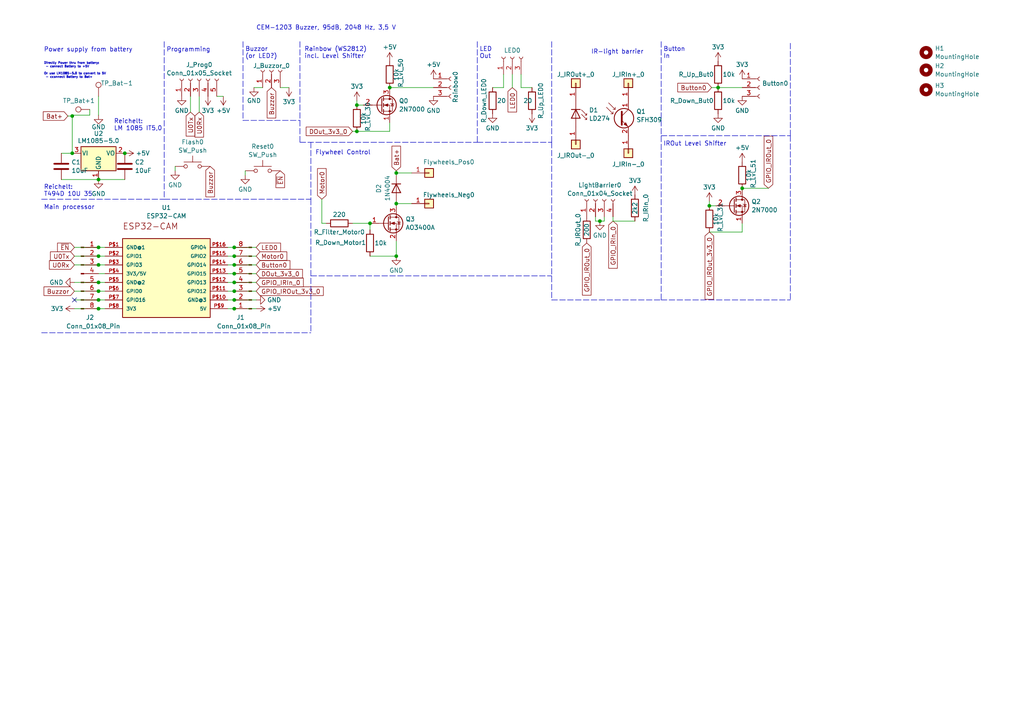
<source format=kicad_sch>
(kicad_sch (version 20230121) (generator eeschema)
  (paper "A4")
  (lib_symbols
    (symbol "Connector:Conn_01x03_Socket" (pin_names (offset 1.016) hide)
      (property "Reference" "J" (at 0 5.08 0))
      (property "Value" "Conn_01x03_Socket" (at 0 -5.08 0))
      (symbol "Conn_01x03_Socket_1_1"
        (arc (start 0 -2.032) (mid -0.5058 -2.54) (end 0 -3.048) (stroke (width 0.1524)))
        (polyline (pts (xy -1.27 -2.54) (xy -0.508 -2.54)) (stroke (width 0.1524)))
        (polyline (pts (xy -1.27 0) (xy -0.508 0)) (stroke (width 0.1524)))
        (polyline (pts (xy -1.27 2.54) (xy -0.508 2.54)) (stroke (width 0.1524)))
        (arc (start 0 0.508) (mid -0.5058 0) (end 0 -0.508) (stroke (width 0.1524)))
        (arc (start 0 3.048) (mid -0.5058 2.54) (end 0 2.032) (stroke (width 0.1524)))
        (pin passive line (at -5.08 2.54 0) (length 3.81) (name "Pin_1") (number "1"))
        (pin passive line (at -5.08 0 0) (length 3.81) (name "Pin_2") (number "2"))
        (pin passive line (at -5.08 -2.54 0) (length 3.81) (name "Pin_3") (number "3"))
      )
    )
    (symbol "Connector:Conn_01x04_Socket" (pin_names (offset 1.016) hide)
      (property "Reference" "J" (at 0 5.08 0))
      (property "Value" "Conn_01x04_Socket" (at 0 -7.62 0))
      (symbol "Conn_01x04_Socket_1_1"
        (arc (start 0 -4.572) (mid -0.5058 -5.08) (end 0 -5.588) (stroke (width 0.1524)))
        (arc (start 0 -2.032) (mid -0.5058 -2.54) (end 0 -3.048) (stroke (width 0.1524)))
        (polyline (pts (xy -1.27 -5.08) (xy -0.508 -5.08)) (stroke (width 0.1524)))
        (polyline (pts (xy -1.27 -2.54) (xy -0.508 -2.54)) (stroke (width 0.1524)))
        (polyline (pts (xy -1.27 0) (xy -0.508 0)) (stroke (width 0.1524)))
        (polyline (pts (xy -1.27 2.54) (xy -0.508 2.54)) (stroke (width 0.1524)))
        (arc (start 0 0.508) (mid -0.5058 0) (end 0 -0.508) (stroke (width 0.1524)))
        (arc (start 0 3.048) (mid -0.5058 2.54) (end 0 2.032) (stroke (width 0.1524)))
        (pin passive line (at -5.08 2.54 0) (length 3.81) (name "Pin_1") (number "1"))
        (pin passive line (at -5.08 0 0) (length 3.81) (name "Pin_2") (number "2"))
        (pin passive line (at -5.08 -2.54 0) (length 3.81) (name "Pin_3") (number "3"))
        (pin passive line (at -5.08 -5.08 0) (length 3.81) (name "Pin_4") (number "4"))
      )
    )
    (symbol "Connector:Conn_01x05_Socket" (pin_names (offset 1.016) hide)
      (property "Reference" "J" (at 0 7.62 0))
      (property "Value" "Conn_01x05_Socket" (at 0 -7.62 0))
      (symbol "Conn_01x05_Socket_1_1"
        (arc (start 0 -4.572) (mid -0.5058 -5.08) (end 0 -5.588) (stroke (width 0.1524)))
        (arc (start 0 -2.032) (mid -0.5058 -2.54) (end 0 -3.048) (stroke (width 0.1524)))
        (polyline (pts (xy -1.27 -5.08) (xy -0.508 -5.08)) (stroke (width 0.1524)))
        (polyline (pts (xy -1.27 -2.54) (xy -0.508 -2.54)) (stroke (width 0.1524)))
        (polyline (pts (xy -1.27 0) (xy -0.508 0)) (stroke (width 0.1524)))
        (polyline (pts (xy -1.27 2.54) (xy -0.508 2.54)) (stroke (width 0.1524)))
        (polyline (pts (xy -1.27 5.08) (xy -0.508 5.08)) (stroke (width 0.1524)))
        (arc (start 0 0.508) (mid -0.5058 0) (end 0 -0.508) (stroke (width 0.1524)))
        (arc (start 0 3.048) (mid -0.5058 2.54) (end 0 2.032) (stroke (width 0.1524)))
        (arc (start 0 5.588) (mid -0.5058 5.08) (end 0 4.572) (stroke (width 0.1524)))
        (pin passive line (at -5.08 5.08 0) (length 3.81) (name "Pin_1") (number "1"))
        (pin passive line (at -5.08 2.54 0) (length 3.81) (name "Pin_2") (number "2"))
        (pin passive line (at -5.08 0 0) (length 3.81) (name "Pin_3") (number "3"))
        (pin passive line (at -5.08 -2.54 0) (length 3.81) (name "Pin_4") (number "4"))
        (pin passive line (at -5.08 -5.08 0) (length 3.81) (name "Pin_5") (number "5"))
      )
    )
    (symbol "Connector:Conn_01x08_Pin" (pin_names (offset 1.016) hide)
      (property "Reference" "J" (at 0 10.16 0))
      (property "Value" "Conn_01x08_Pin" (at 0 -12.7 0))
      (symbol "Conn_01x08_Pin_1_1"
        (polyline (pts (xy 1.27 -10.16) (xy 0.8636 -10.16)) (stroke (width 0.1524)))
        (polyline (pts (xy 1.27 -7.62) (xy 0.8636 -7.62)) (stroke (width 0.1524)))
        (polyline (pts (xy 1.27 -5.08) (xy 0.8636 -5.08)) (stroke (width 0.1524)))
        (polyline (pts (xy 1.27 -2.54) (xy 0.8636 -2.54)) (stroke (width 0.1524)))
        (polyline (pts (xy 1.27 0) (xy 0.8636 0)) (stroke (width 0.1524)))
        (polyline (pts (xy 1.27 2.54) (xy 0.8636 2.54)) (stroke (width 0.1524)))
        (polyline (pts (xy 1.27 5.08) (xy 0.8636 5.08)) (stroke (width 0.1524)))
        (polyline (pts (xy 1.27 7.62) (xy 0.8636 7.62)) (stroke (width 0.1524)))
        (rectangle (start 0.8636 -10.033) (end 0 -10.287) (stroke (width 0.1524)) (fill (type outline)))
        (rectangle (start 0.8636 -7.493) (end 0 -7.747) (stroke (width 0.1524)) (fill (type outline)))
        (rectangle (start 0.8636 -4.953) (end 0 -5.207) (stroke (width 0.1524)) (fill (type outline)))
        (rectangle (start 0.8636 -2.413) (end 0 -2.667) (stroke (width 0.1524)) (fill (type outline)))
        (rectangle (start 0.8636 0.127) (end 0 -0.127) (stroke (width 0.1524)) (fill (type outline)))
        (rectangle (start 0.8636 2.667) (end 0 2.413) (stroke (width 0.1524)) (fill (type outline)))
        (rectangle (start 0.8636 5.207) (end 0 4.953) (stroke (width 0.1524)) (fill (type outline)))
        (rectangle (start 0.8636 7.747) (end 0 7.493) (stroke (width 0.1524)) (fill (type outline)))
        (pin passive line (at 5.08 7.62 180) (length 3.81) (name "Pin_1") (number "1"))
        (pin passive line (at 5.08 5.08 180) (length 3.81) (name "Pin_2") (number "2"))
        (pin passive line (at 5.08 2.54 180) (length 3.81) (name "Pin_3") (number "3"))
        (pin passive line (at 5.08 0 180) (length 3.81) (name "Pin_4") (number "4"))
        (pin passive line (at 5.08 -2.54 180) (length 3.81) (name "Pin_5") (number "5"))
        (pin passive line (at 5.08 -5.08 180) (length 3.81) (name "Pin_6") (number "6"))
        (pin passive line (at 5.08 -7.62 180) (length 3.81) (name "Pin_7") (number "7"))
        (pin passive line (at 5.08 -10.16 180) (length 3.81) (name "Pin_8") (number "8"))
      )
    )
    (symbol "Connector:TestPoint" (pin_numbers hide) (pin_names (offset 0.762) hide)
      (property "Reference" "TP" (at 0 6.858 0))
      (property "Value" "TestPoint" (at 0 5.08 0))
      (symbol "TestPoint_0_1"
        (circle (center 0 3.302) (radius 0.762))
      )
      (symbol "TestPoint_1_1"
        (pin passive line (at 0 0 90) (length 2.54) (name "1") (number "1"))
      )
    )
    (symbol "Connector_Generic:Conn_01x01" (pin_names (offset 1.016) hide)
      (property "Reference" "J" (at 0 2.54 0))
      (property "Value" "Conn_01x01" (at 0 -2.54 0))
      (symbol "Conn_01x01_1_1"
        (rectangle (start -1.27 0.127) (end 0 -0.127) (stroke (width 0.1524)))
        (rectangle (start -1.27 1.27) (end 1.27 -1.27) (stroke (width 0.254)) (fill (type background)))
        (pin passive line (at -5.08 0 0) (length 3.81) (name "Pin_1") (number "1"))
      )
    )
    (symbol "Device:C" (pin_numbers hide) (pin_names (offset 0.254))
      (property "Reference" "C" (at 0.635 2.54 0))
      (property "Value" "C" (at 0.635 -2.54 0))
      (symbol "C_0_1"
        (polyline (pts (xy -2.032 -0.762) (xy 2.032 -0.762)) (stroke (width 0.508)))
        (polyline (pts (xy -2.032 0.762) (xy 2.032 0.762)) (stroke (width 0.508)))
      )
      (symbol "C_1_1"
        (pin passive line (at 0 3.81 270) (length 2.794) (name "~") (number "1"))
        (pin passive line (at 0 -3.81 90) (length 2.794) (name "~") (number "2"))
      )
    )
    (symbol "Device:R" (pin_numbers hide) (pin_names (offset 0))
      (property "Reference" "R" (at 2.032 0 90))
      (property "Value" "R" (at 0 0 90))
      (symbol "R_0_1"
        (rectangle (start -1.016 -2.54) (end 1.016 2.54) (stroke (width 0.254)))
      )
      (symbol "R_1_1"
        (pin passive line (at 0 3.81 270) (length 1.27) (name "~") (number "1"))
        (pin passive line (at 0 -3.81 90) (length 1.27) (name "~") (number "2"))
      )
    )
    (symbol "Diode:1N4004" (pin_numbers hide) (pin_names hide)
      (property "Reference" "D" (at 0 2.54 0))
      (property "Value" "1N4004" (at 0 -2.54 0))
      (symbol "1N4004_0_1"
        (polyline (pts (xy -1.27 1.27) (xy -1.27 -1.27)) (stroke (width 0.254)))
        (polyline (pts (xy 1.27 0) (xy -1.27 0)))
        (polyline (pts (xy 1.27 1.27) (xy 1.27 -1.27) (xy -1.27 0) (xy 1.27 1.27)) (stroke (width 0.254)))
      )
      (symbol "1N4004_1_1"
        (pin passive line (at -3.81 0 0) (length 2.54) (name "K") (number "1"))
        (pin passive line (at 3.81 0 180) (length 2.54) (name "A") (number "2"))
      )
    )
    (symbol "LED:LD274" (pin_numbers hide) (pin_names (offset 1.016) hide)
      (property "Reference" "D" (at 0.508 1.778 0))
      (property "Value" "LD274" (at -1.016 -2.794 0))
      (symbol "LD274_0_1"
        (polyline (pts (xy -2.54 1.27) (xy -2.54 -1.27)) (stroke (width 0.254)))
        (polyline (pts (xy 0 0) (xy -2.54 0)))
        (polyline (pts (xy 0.381 3.175) (xy -0.127 3.175)))
        (polyline (pts (xy -1.143 1.651) (xy 0.381 3.175) (xy 0.381 2.667)))
        (polyline (pts (xy 0 -1.27) (xy -2.54 0) (xy 0 1.27) (xy 0 -1.27)) (stroke (width 0.254)))
        (polyline (pts (xy -2.413 1.651) (xy -0.889 3.175) (xy -0.889 2.667) (xy -0.889 3.175) (xy -1.397 3.175)))
      )
      (symbol "LD274_1_1"
        (pin passive line (at -5.08 0 0) (length 2.54) (name "K") (number "1"))
        (pin passive line (at 2.54 0 180) (length 2.54) (name "A") (number "2"))
      )
    )
    (symbol "Mechanical:MountingHole" (pin_names (offset 1.016))
      (property "Reference" "H" (at 0 5.08 0))
      (property "Value" "MountingHole" (at 0 3.175 0))
      (symbol "MountingHole_0_1"
        (circle (center 0 0) (radius 1.27) (stroke (width 1.27)))
      )
    )
    (symbol "PhilsLibs:ESP32-CAM" (pin_names (offset 1.016))
      (property "Reference" "U" (at 0 0 0))
      (property "Value" "ESP32-CAM" (at 0 0 0))
      (symbol "ESP32-CAM_0_0"
        (rectangle (start -12.7 -10.16) (end 12.7 12.7) (stroke (width 0.254)) (fill (type background)))
        (text "ESP32-CAM" (at -12.7 15.24 0) (effects (font (size 1.778 1.778)) (justify left bottom)))
        (pin bidirectional line (at -17.78 10.16 0) (length 5.08) (name "GND@1") (number "P$1"))
        (pin bidirectional line (at 17.78 -5.08 180) (length 5.08) (name "GND@3") (number "P$10"))
        (pin bidirectional line (at 17.78 -2.54 180) (length 5.08) (name "GPIO12") (number "P$11"))
        (pin bidirectional line (at 17.78 0 180) (length 5.08) (name "GPIO13") (number "P$12"))
        (pin bidirectional line (at 17.78 2.54 180) (length 5.08) (name "GPIO15") (number "P$13"))
        (pin bidirectional line (at 17.78 5.08 180) (length 5.08) (name "GPIO14") (number "P$14"))
        (pin bidirectional line (at 17.78 7.62 180) (length 5.08) (name "GPIO2") (number "P$15"))
        (pin bidirectional line (at 17.78 10.16 180) (length 5.08) (name "GPIO4") (number "P$16"))
        (pin bidirectional line (at -17.78 7.62 0) (length 5.08) (name "GPIO1") (number "P$2"))
        (pin bidirectional line (at -17.78 5.08 0) (length 5.08) (name "GPIO3") (number "P$3"))
        (pin bidirectional line (at -17.78 2.54 0) (length 5.08) (name "3V3/5V") (number "P$4"))
        (pin bidirectional line (at -17.78 0 0) (length 5.08) (name "GND@2") (number "P$5"))
        (pin bidirectional line (at -17.78 -2.54 0) (length 5.08) (name "GPIO0") (number "P$6"))
        (pin bidirectional line (at -17.78 -5.08 0) (length 5.08) (name "GPIO16") (number "P$7"))
        (pin bidirectional line (at -17.78 -7.62 0) (length 5.08) (name "3V3") (number "P$8"))
        (pin bidirectional line (at 17.78 -7.62 180) (length 5.08) (name "5V") (number "P$9"))
      )
    )
    (symbol "Regulator_Linear:LM1085-5.0" (pin_names (offset 0.254))
      (property "Reference" "U" (at -3.81 3.175 0))
      (property "Value" "LM1085-5.0" (at 0 3.175 0))
      (symbol "LM1085-5.0_0_1"
        (rectangle (start -5.08 1.905) (end 5.08 -5.08) (stroke (width 0.254)) (fill (type background)))
      )
      (symbol "LM1085-5.0_1_1"
        (pin power_in line (at 0 -7.62 90) (length 2.54) (name "GND") (number "1"))
        (pin power_out line (at 7.62 0 180) (length 2.54) (name "VO") (number "2"))
        (pin power_in line (at -7.62 0 0) (length 2.54) (name "VI") (number "3"))
      )
    )
    (symbol "Sensor_Optical:SFH309" (pin_names (offset 0) hide)
      (property "Reference" "Q" (at 5.08 1.27 0))
      (property "Value" "SFH309" (at 5.08 -1.27 0))
      (symbol "SFH309_0_1"
        (polyline (pts (xy -1.905 1.27) (xy -2.54 1.27)))
        (polyline (pts (xy -1.27 2.54) (xy -1.905 2.54)))
        (polyline (pts (xy 0.635 0.635) (xy 2.54 2.54)))
        (polyline (pts (xy -3.81 3.175) (xy -1.905 1.27) (xy -1.905 1.905)))
        (polyline (pts (xy -3.175 4.445) (xy -1.27 2.54) (xy -1.27 3.175)))
        (polyline (pts (xy 0.635 -0.635) (xy 2.54 -2.54) (xy 2.54 -2.54)))
        (polyline (pts (xy 0.635 1.905) (xy 0.635 -1.905) (xy 0.635 -1.905)) (stroke (width 0.508)))
        (polyline (pts (xy 1.27 -1.778) (xy 1.778 -1.27) (xy 2.286 -2.286) (xy 1.27 -1.778) (xy 1.27 -1.778)) (fill (type outline)))
        (circle (center 1.27 0) (radius 2.8194) (stroke (width 0.254)))
      )
      (symbol "SFH309_1_1"
        (pin passive line (at 2.54 5.08 270) (length 2.54) (name "C") (number "1"))
        (pin passive line (at 2.54 -5.08 90) (length 2.54) (name "E") (number "2"))
      )
    )
    (symbol "Switch:SW_Push" (pin_numbers hide) (pin_names (offset 1.016) hide)
      (property "Reference" "SW" (at 1.27 2.54 0))
      (property "Value" "SW_Push" (at 0 -1.524 0))
      (symbol "SW_Push_0_1"
        (circle (center -2.032 0) (radius 0.508))
        (polyline (pts (xy 0 1.27) (xy 0 3.048)))
        (polyline (pts (xy 2.54 1.27) (xy -2.54 1.27)))
        (circle (center 2.032 0) (radius 0.508))
        (pin passive line (at -5.08 0 0) (length 2.54) (name "1") (number "1"))
        (pin passive line (at 5.08 0 180) (length 2.54) (name "2") (number "2"))
      )
    )
    (symbol "TinkerforgeLibs:3V3" (power) (pin_names (offset 0))
      (property "Value" "3V3" (at 0 3.556 0))
      (symbol "3V3_0_1"
        (polyline (pts (xy -0.762 1.27) (xy 0 2.54)))
        (polyline (pts (xy 0 0) (xy 0 2.54)))
        (polyline (pts (xy 0 2.54) (xy 0.762 1.27)))
      )
      (symbol "3V3_1_1"
        (pin power_in line (at 0 0 90) (length 0) hide (name "3V3") (number "1"))
      )
    )
    (symbol "Transistor_FET:2N7000" (pin_names hide)
      (property "Reference" "Q" (at 5.08 1.905 0))
      (property "Value" "2N7000" (at 5.08 0 0))
      (symbol "2N7000_0_1"
        (polyline (pts (xy 0.254 0) (xy -2.54 0)))
        (polyline (pts (xy 0.254 1.905) (xy 0.254 -1.905)) (stroke (width 0.254)))
        (polyline (pts (xy 0.762 -1.27) (xy 0.762 -2.286)) (stroke (width 0.254)))
        (polyline (pts (xy 0.762 0.508) (xy 0.762 -0.508)) (stroke (width 0.254)))
        (polyline (pts (xy 0.762 2.286) (xy 0.762 1.27)) (stroke (width 0.254)))
        (polyline (pts (xy 2.54 2.54) (xy 2.54 1.778)))
        (polyline (pts (xy 2.54 -2.54) (xy 2.54 0) (xy 0.762 0)))
        (polyline (pts (xy 0.762 -1.778) (xy 3.302 -1.778) (xy 3.302 1.778) (xy 0.762 1.778)))
        (polyline (pts (xy 1.016 0) (xy 2.032 0.381) (xy 2.032 -0.381) (xy 1.016 0)) (fill (type outline)))
        (polyline (pts (xy 2.794 0.508) (xy 2.921 0.381) (xy 3.683 0.381) (xy 3.81 0.254)))
        (polyline (pts (xy 3.302 0.381) (xy 2.921 -0.254) (xy 3.683 -0.254) (xy 3.302 0.381)))
        (circle (center 1.651 0) (radius 2.794) (stroke (width 0.254)))
        (circle (center 2.54 -1.778) (radius 0.254) (fill (type outline)))
        (circle (center 2.54 1.778) (radius 0.254) (fill (type outline)))
      )
      (symbol "2N7000_1_1"
        (pin passive line (at 2.54 -5.08 90) (length 2.54) (name "S") (number "1"))
        (pin input line (at -5.08 0 0) (length 2.54) (name "G") (number "2"))
        (pin passive line (at 2.54 5.08 270) (length 2.54) (name "D") (number "3"))
      )
    )
    (symbol "Transistor_FET:AO3400A" (pin_names hide)
      (property "Reference" "Q" (at 5.08 1.905 0))
      (property "Value" "AO3400A" (at 5.08 0 0))
      (symbol "AO3400A_0_1"
        (polyline (pts (xy 0.254 0) (xy -2.54 0)))
        (polyline (pts (xy 0.254 1.905) (xy 0.254 -1.905)) (stroke (width 0.254)))
        (polyline (pts (xy 0.762 -1.27) (xy 0.762 -2.286)) (stroke (width 0.254)))
        (polyline (pts (xy 0.762 0.508) (xy 0.762 -0.508)) (stroke (width 0.254)))
        (polyline (pts (xy 0.762 2.286) (xy 0.762 1.27)) (stroke (width 0.254)))
        (polyline (pts (xy 2.54 2.54) (xy 2.54 1.778)))
        (polyline (pts (xy 2.54 -2.54) (xy 2.54 0) (xy 0.762 0)))
        (polyline (pts (xy 0.762 -1.778) (xy 3.302 -1.778) (xy 3.302 1.778) (xy 0.762 1.778)))
        (polyline (pts (xy 1.016 0) (xy 2.032 0.381) (xy 2.032 -0.381) (xy 1.016 0)) (fill (type outline)))
        (polyline (pts (xy 2.794 0.508) (xy 2.921 0.381) (xy 3.683 0.381) (xy 3.81 0.254)))
        (polyline (pts (xy 3.302 0.381) (xy 2.921 -0.254) (xy 3.683 -0.254) (xy 3.302 0.381)))
        (circle (center 1.651 0) (radius 2.794) (stroke (width 0.254)))
        (circle (center 2.54 -1.778) (radius 0.254) (fill (type outline)))
        (circle (center 2.54 1.778) (radius 0.254) (fill (type outline)))
      )
      (symbol "AO3400A_1_1"
        (pin input line (at -5.08 0 0) (length 2.54) (name "G") (number "1"))
        (pin passive line (at 2.54 -5.08 90) (length 2.54) (name "S") (number "2"))
        (pin passive line (at 2.54 5.08 270) (length 2.54) (name "D") (number "3"))
      )
    )
    (symbol "power:+5V" (power) (pin_names (offset 0))
      (property "Value" "+5V" (at 0 3.556 0))
      (symbol "+5V_0_1"
        (polyline (pts (xy -0.762 1.27) (xy 0 2.54)))
        (polyline (pts (xy 0 0) (xy 0 2.54)))
        (polyline (pts (xy 0 2.54) (xy 0.762 1.27)))
      )
      (symbol "+5V_1_1"
        (pin power_in line (at 0 0 90) (length 0) hide (name "+5V") (number "1"))
      )
    )
    (symbol "power:GND" (power) (pin_names (offset 0))
      (property "Value" "GND" (at 0 -3.81 0))
      (symbol "GND_0_1"
        (polyline (pts (xy 0 0) (xy 0 -1.27) (xy 1.27 -1.27) (xy 0 -2.54) (xy -1.27 -1.27) (xy 0 -1.27)))
      )
      (symbol "GND_1_1"
        (pin power_in line (at 0 0 270) (length 0) hide (name "GND") (number "1"))
      )
    )
  )
  (junction (at 20.955 44.45))
  (junction (at 114.935 74.295))
  (junction (at 28.575 89.535))
  (junction (at 215.265 54.61))
  (junction (at 28.575 86.995))
  (junction (at 36.195 44.45))
  (junction (at 67.945 71.755))
  (junction (at 67.945 89.535))
  (junction (at 28.575 76.835))
  (junction (at 67.945 76.835))
  (junction (at 114.935 59.055))
  (junction (at 67.945 81.915))
  (junction (at 103.505 30.48))
  (junction (at 67.945 86.995))
  (junction (at 173.99 64.135))
  (junction (at 28.575 71.755))
  (junction (at 113.03 25.4))
  (junction (at 28.575 81.915))
  (junction (at 20.955 33.655))
  (junction (at 67.945 84.455))
  (junction (at 205.74 59.69))
  (junction (at 107.315 64.77))
  (junction (at 103.505 38.1))
  (junction (at 114.935 50.165))
  (junction (at 67.945 74.295))
  (junction (at 67.945 79.375))
  (junction (at 28.575 84.455))
  (junction (at 28.575 74.295))
  (junction (at 208.28 25.4))
  (junction (at 28.575 52.07))
  (no_connect (at 21.59 86.995))
  (wire (pts (xy 113.03 25.4) (xy 125.73 25.4)))
  (wire (pts (xy 205.74 59.69) (xy 207.645 59.69)))
  (wire (pts (xy 67.945 76.835) (xy 74.295 76.835)))
  (polyline (pts (xy 138.43 41.275) (xy 160.02 41.275)) (stroke (width 0) (type dash)))
  (wire (pts (xy 113.03 38.1) (xy 113.03 35.56)))
  (wire (pts (xy 107.315 64.77) (xy 107.315 66.675)))
  (wire (pts (xy 142.875 25.4) (xy 146.05 25.4)))
  (polyline (pts (xy 70.485 57.785) (xy 90.17 57.785)) (stroke (width 0) (type dash)))
  (polyline (pts (xy 90.17 41.275) (xy 90.17 57.785)) (stroke (width 0) (type dash)))
  (polyline (pts (xy 47.625 12.065) (xy 47.625 57.785)) (stroke (width 0) (type dash)))
  (wire (pts (xy 28.575 86.995) (xy 30.48 86.995)))
  (polyline (pts (xy 229.235 39.37) (xy 229.235 86.995)) (stroke (width 0) (type dash)))
  (wire (pts (xy 172.72 62.865) (xy 172.72 64.135)))
  (wire (pts (xy 66.04 76.835) (xy 67.945 76.835)))
  (wire (pts (xy 114.935 50.165) (xy 119.38 50.165)))
  (wire (pts (xy 103.505 30.48) (xy 105.41 30.48)))
  (polyline (pts (xy 70.485 12.065) (xy 70.485 34.925)) (stroke (width 0) (type dash)))
  (wire (pts (xy 21.59 76.835) (xy 28.575 76.835)))
  (wire (pts (xy 67.945 74.295) (xy 74.295 74.295)))
  (polyline (pts (xy 191.77 12.065) (xy 191.77 86.995)) (stroke (width 0) (type dash)))
  (wire (pts (xy 28.575 76.835) (xy 30.48 76.835)))
  (wire (pts (xy 66.04 74.295) (xy 67.945 74.295)))
  (wire (pts (xy 28.575 27.94) (xy 28.575 33.401)))
  (wire (pts (xy 175.26 64.135) (xy 173.99 64.135)))
  (wire (pts (xy 28.575 52.07) (xy 36.195 52.07)))
  (wire (pts (xy 146.05 21.59) (xy 146.05 25.4)))
  (wire (pts (xy 206.375 25.4) (xy 208.28 25.4)))
  (wire (pts (xy 21.59 81.915) (xy 28.575 81.915)))
  (wire (pts (xy 94.615 64.77) (xy 93.345 64.77)))
  (wire (pts (xy 102.235 38.1) (xy 103.505 38.1)))
  (wire (pts (xy 28.575 71.755) (xy 30.48 71.755)))
  (polyline (pts (xy 160.02 86.995) (xy 191.77 86.995)) (stroke (width 0) (type dash)))
  (polyline (pts (xy 138.43 12.065) (xy 138.43 41.275)) (stroke (width 0) (type dash)))
  (wire (pts (xy 20.955 33.401) (xy 26.035 33.401)))
  (wire (pts (xy 205.74 58.42) (xy 205.74 59.69)))
  (wire (pts (xy 103.505 38.1) (xy 113.03 38.1)))
  (polyline (pts (xy 12.065 96.52) (xy 90.17 96.52)) (stroke (width 0) (type dash)))
  (wire (pts (xy 177.8 62.865) (xy 177.8 64.135)))
  (wire (pts (xy 66.04 81.915) (xy 67.945 81.915)))
  (wire (pts (xy 103.505 29.21) (xy 103.505 30.48)))
  (wire (pts (xy 67.945 71.755) (xy 74.295 71.755)))
  (wire (pts (xy 17.78 52.07) (xy 28.575 52.07)))
  (wire (pts (xy 67.945 84.455) (xy 74.295 84.455)))
  (wire (pts (xy 21.59 71.755) (xy 28.575 71.755)))
  (wire (pts (xy 71.12 49.53) (xy 71.12 50.8)))
  (wire (pts (xy 205.74 67.31) (xy 215.265 67.31)))
  (polyline (pts (xy 90.17 57.785) (xy 90.17 96.52)) (stroke (width 0) (type dash)))
  (wire (pts (xy 28.575 84.455) (xy 30.48 84.455)))
  (polyline (pts (xy 12.065 57.785) (xy 47.625 57.785)) (stroke (width 0) (type dash)))
  (wire (pts (xy 114.935 59.055) (xy 119.38 59.055)))
  (wire (pts (xy 28.575 74.295) (xy 30.48 74.295)))
  (wire (pts (xy 28.575 81.915) (xy 30.48 81.915)))
  (wire (pts (xy 21.59 86.995) (xy 28.575 86.995)))
  (polyline (pts (xy 90.17 80.01) (xy 160.02 80.01)) (stroke (width 0) (type dash)))
  (wire (pts (xy 114.935 59.055) (xy 114.935 59.69)))
  (wire (pts (xy 66.04 79.375) (xy 67.945 79.375)))
  (wire (pts (xy 184.15 64.135) (xy 177.8 64.135)))
  (wire (pts (xy 175.26 62.865) (xy 175.26 64.135)))
  (polyline (pts (xy 229.235 39.37) (xy 229.235 12.065)) (stroke (width 0) (type dash)))
  (wire (pts (xy 73.66 25.4) (xy 76.2 25.4)))
  (wire (pts (xy 55.245 27.94) (xy 55.245 32.512)))
  (polyline (pts (xy 70.485 34.925) (xy 86.995 34.925)) (stroke (width 0) (type dash)))
  (wire (pts (xy 20.955 33.655) (xy 20.955 44.45)))
  (wire (pts (xy 151.13 21.59) (xy 151.13 25.4)))
  (wire (pts (xy 148.59 21.59) (xy 148.59 25.4)))
  (wire (pts (xy 66.04 86.995) (xy 67.945 86.995)))
  (wire (pts (xy 67.945 81.915) (xy 74.295 81.915)))
  (polyline (pts (xy 47.625 57.785) (xy 70.485 57.785)) (stroke (width 0) (type dash)))
  (wire (pts (xy 67.945 89.535) (xy 74.295 89.535)))
  (wire (pts (xy 50.8 48.26) (xy 50.8 49.53)))
  (wire (pts (xy 21.59 74.295) (xy 28.575 74.295)))
  (wire (pts (xy 215.265 67.31) (xy 215.265 64.77)))
  (wire (pts (xy 81.28 25.4) (xy 83.82 25.4)))
  (wire (pts (xy 28.575 89.535) (xy 30.48 89.535)))
  (wire (pts (xy 26.035 31.75) (xy 26.035 33.401)))
  (wire (pts (xy 114.935 49.53) (xy 114.935 50.165)))
  (wire (pts (xy 17.78 44.45) (xy 20.955 44.45)))
  (wire (pts (xy 57.785 27.94) (xy 57.785 32.512)))
  (wire (pts (xy 21.59 89.535) (xy 28.575 89.535)))
  (wire (pts (xy 19.685 33.655) (xy 20.955 33.655)))
  (wire (pts (xy 66.04 89.535) (xy 67.945 89.535)))
  (polyline (pts (xy 191.77 39.37) (xy 229.235 39.37)) (stroke (width 0) (type dash)))
  (wire (pts (xy 114.935 50.165) (xy 114.935 50.8)))
  (wire (pts (xy 215.265 54.61) (xy 222.885 54.61)))
  (wire (pts (xy 114.935 69.85) (xy 114.935 74.295)))
  (polyline (pts (xy 86.995 12.065) (xy 86.995 41.275)) (stroke (width 0) (type dash)))
  (wire (pts (xy 107.315 74.295) (xy 114.935 74.295)))
  (wire (pts (xy 20.955 33.401) (xy 20.955 33.655)))
  (wire (pts (xy 66.04 84.455) (xy 67.945 84.455)))
  (polyline (pts (xy 160.02 41.275) (xy 160.02 86.995)) (stroke (width 0) (type dash)))
  (wire (pts (xy 62.865 27.94) (xy 64.77 27.94)))
  (wire (pts (xy 151.13 25.4) (xy 154.305 25.4)))
  (wire (pts (xy 208.28 25.4) (xy 215.265 25.4)))
  (wire (pts (xy 28.575 79.375) (xy 30.48 79.375)))
  (wire (pts (xy 172.72 64.135) (xy 173.99 64.135)))
  (polyline (pts (xy 160.02 12.065) (xy 160.02 41.275)) (stroke (width 0) (type dash)))
  (wire (pts (xy 21.59 84.455) (xy 28.575 84.455)))
  (wire (pts (xy 67.945 86.995) (xy 74.295 86.995)))
  (wire (pts (xy 93.345 57.785) (xy 93.345 64.77)))
  (wire (pts (xy 102.235 64.77) (xy 107.315 64.77)))
  (wire (pts (xy 66.04 71.755) (xy 67.945 71.755)))
  (polyline (pts (xy 86.995 41.275) (xy 138.43 41.275)) (stroke (width 0) (type dash)))
  (wire (pts (xy 114.935 58.42) (xy 114.935 59.055)))
  (polyline (pts (xy 191.77 86.995) (xy 229.235 86.995)) (stroke (width 0) (type dash)))
  (wire (pts (xy 67.945 79.375) (xy 74.295 79.375)))
  (text "Reichelt:\nT494D 10U 35" (at 12.7 57.15 0) (effects (font (size 1.27 1.27)) (justify left bottom)))
  (text "Flywheel Control\n" (at 91.44 45.085 0) (effects (font (size 1.27 1.27)) (justify left bottom)))
  (text "Programming" (at 48.26 15.24 0) (effects (font (size 1.27 1.27)) (justify left bottom)))
  (text "Main processor" (at 12.7 60.96 0) (effects (font (size 1.27 1.27)) (justify left bottom)))
  (text "Button\nIn" (at 192.405 17.145 0) (effects (font (size 1.27 1.27)) (justify left bottom)))
  (text "LED\nOut" (at 139.065 17.145 0) (effects (font (size 1.27 1.27)) (justify left bottom)))
  (text "IROut Level Shifter" (at 192.405 42.545 0) (effects (font (size 1.27 1.27)) (justify left bottom)))
  (text "Power supply from battery" (at 12.7 15.24 0) (effects (font (size 1.27 1.27)) (justify left bottom)))
  (text "Directly Power thru from battery:\n - connect Battery to +5V\n\nOr use LM1085-5.0 to convert to 5V\n - cconnect Battery to Bat+" (at 12.7 22.86 0) (effects (font (size 0.63 0.63)) (justify left bottom)))
  (text "Reichelt:\nLM 1085 IT5,0" (at 33.02 38.1 0) (effects (font (size 1.27 1.27)) (justify left bottom)))
  (text "CEM-1203 Buzzer, 95dB, 2048 Hz, 3,5 V" (at 74.295 8.89 0) (effects (font (size 1.27 1.27)) (justify left bottom)))
  (text "Buzzor\n(or LED?)" (at 71.12 17.145 0) (effects (font (size 1.27 1.27)) (justify left bottom)))
  (text "Rainbow (WS2812)\nincl. Level Shifter" (at 88.265 17.145 0) (effects (font (size 1.27 1.27)) (justify left bottom)))
  (text "IR-light barrier" (at 171.45 15.875 0) (effects (font (size 1.27 1.27)) (justify left bottom)))
  (global_label "GPIO_IRIn_0" (shape input) (at 74.295 81.915 0) (property "Intersheetrefs" "${INTERSHEET_REFS}" (effects hide)))
  (global_label "Motor0" (shape input) (at 93.345 57.785 90) (property "Intersheetrefs" "${INTERSHEET_REFS}" (effects hide)))
  (global_label "Buzzor" (shape input) (at 60.96 48.26 270) (property "Intersheetrefs" "${INTERSHEET_REFS}" (effects hide)))
  (global_label "Buzzor" (shape input) (at 78.74 25.4 270) (property "Intersheetrefs" "${INTERSHEET_REFS}" (effects hide)))
  (global_label "GPIO_IROut_0" (shape input) (at 222.885 54.61 90) (property "Intersheetrefs" "${INTERSHEET_REFS}" (effects hide)))
  (global_label "~{EN}" (shape input) (at 81.28 49.53 270) (property "Intersheetrefs" "${INTERSHEET_REFS}" (effects hide)))
  (global_label "LED0" (shape input) (at 74.295 71.755 0) (property "Intersheetrefs" "${INTERSHEET_REFS}" (effects hide)))
  (global_label "GPIO_IROut_3v3_0" (shape input) (at 205.74 67.31 270) (property "Intersheetrefs" "${INTERSHEET_REFS}" (effects hide)))
  (global_label "U0Tx" (shape input) (at 21.59 74.295 180) (property "Intersheetrefs" "${INTERSHEET_REFS}" (effects hide)))
  (global_label "DOut_3v3_0" (shape input) (at 102.235 38.1 180) (property "Intersheetrefs" "${INTERSHEET_REFS}" (effects hide)))
  (global_label "U0Tx" (shape input) (at 55.245 32.512 270) (property "Intersheetrefs" "${INTERSHEET_REFS}" (effects hide)))
  (global_label "Button0" (shape input) (at 74.295 76.835 0) (property "Intersheetrefs" "${INTERSHEET_REFS}" (effects hide)))
  (global_label "Buzzor" (shape input) (at 21.59 84.455 180) (property "Intersheetrefs" "${INTERSHEET_REFS}" (effects hide)))
  (global_label "GPIO_IROut_0" (shape input) (at 170.18 70.485 270) (property "Intersheetrefs" "${INTERSHEET_REFS}" (effects hide)))
  (global_label "U0Rx" (shape input) (at 57.785 32.512 270) (property "Intersheetrefs" "${INTERSHEET_REFS}" (effects hide)))
  (global_label "GPIO_IRIn_0" (shape input) (at 177.8 64.135 270) (property "Intersheetrefs" "${INTERSHEET_REFS}" (effects hide)))
  (global_label "Motor0" (shape input) (at 74.295 74.295 0) (property "Intersheetrefs" "${INTERSHEET_REFS}" (effects hide)))
  (global_label "DOut_3v3_0" (shape input) (at 74.295 79.375 0) (property "Intersheetrefs" "${INTERSHEET_REFS}" (effects hide)))
  (global_label "Button0" (shape input) (at 206.375 25.4 180) (property "Intersheetrefs" "${INTERSHEET_REFS}" (effects hide)))
  (global_label "U0Rx" (shape input) (at 21.59 76.835 180) (property "Intersheetrefs" "${INTERSHEET_REFS}" (effects hide)))
  (global_label "Bat+" (shape input) (at 114.935 49.53 90) (property "Intersheetrefs" "${INTERSHEET_REFS}" (effects hide)))
  (global_label "Bat+" (shape input) (at 19.685 33.655 180) (property "Intersheetrefs" "${INTERSHEET_REFS}" (effects hide)))
  (global_label "LED0" (shape input) (at 148.59 25.4 270) (property "Intersheetrefs" "${INTERSHEET_REFS}" (effects hide)))
  (global_label "GPIO_IROut_3v3_0" (shape input) (at 74.295 84.455 0) (property "Intersheetrefs" "${INTERSHEET_REFS}" (effects hide)))
  (global_label "~{EN}" (shape input) (at 21.59 71.755 180) (property "Intersheetrefs" "${INTERSHEET_REFS}" (effects hide)))
  (symbol (lib_id "Device:R") (at 208.28 29.21 0) (unit 1)
    (property "Reference" "R_Down_But0" (at 200.66 29.21 0))
    (property "Value" "10k" (at 209.55 29.21 0) (effects (justify left)))
    (property "Footprint" "Resistor_SMD:R_0805_2012Metric_Pad1.20x1.40mm_HandSolder" (effects hide))
  )
  (symbol (lib_id "power:GND") (at 28.575 33.401 0) (unit 1)
    (property "Reference" "#PWR01" (effects hide))
    (property "Value" "GND" (at 28.575 36.83 0))
  )
  (symbol (lib_id "Device:R") (at 154.305 29.21 0) (unit 1)
    (property "Reference" "R_Up_LED0" (at 156.845 29.21 90))
    (property "Value" "20" (at 151.765 29.21 0) (effects (justify left)))
    (property "Footprint" "Resistor_SMD:R_0805_2012Metric_Pad1.20x1.40mm_HandSolder" (effects hide))
  )
  (symbol (lib_id "power:GND") (at 50.8 49.53 0) (unit 1)
    (property "Reference" "#PWR025" (effects hide))
    (property "Value" "GND" (at 50.8 53.6631 0))
  )
  (symbol (lib_id "power:GND") (at 208.28 33.02 0) (unit 1)
    (property "Reference" "#PWR027" (effects hide))
    (property "Value" "GND" (at 208.28 37.1531 0))
  )
  (symbol (lib_id "Switch:SW_Push") (at 76.2 49.53 0) (unit 1)
    (property "Reference" "Reset0" (at 76.2 42.4647 0))
    (property "Value" "SW_Push" (at 76.2 44.8889 0))
    (property "Footprint" "Button_Switch_THT:SW_PUSH_6mm_H4.3mm" (effects hide))
  )
  (symbol (lib_id "Connector:Conn_01x03_Socket") (at 148.59 16.51 90) (unit 1)
    (property "Reference" "LED0" (at 148.59 14.605 90))
    (property "Value" "Conn_01x03_Socket" (effects hide))
    (property "Footprint" "Connector_PinSocket_2.54mm:PinSocket_1x03_P2.54mm_Vertical" (effects hide))
  )
  (symbol (lib_id "Device:R") (at 184.15 60.325 0) (unit 1)
    (property "Reference" "R_IRIn_0" (at 187.325 60.325 90))
    (property "Value" "2k2" (at 184.15 62.23 90) (effects (justify left)))
    (property "Footprint" "Resistor_SMD:R_0805_2012Metric_Pad1.20x1.40mm_HandSolder" (effects hide))
  )
  (symbol (lib_id "TinkerforgeLibs:3V3") (at 184.15 56.515 0) (unit 1)
    (property "Reference" "#PWR014" (effects hide))
    (property "Value" "3V3" (at 184.15 52.3819 0))
  )
  (symbol (lib_id "power:GND") (at 74.295 86.995 90) (unit 1)
    (property "Reference" "#PWR09" (effects hide))
    (property "Value" "GND" (at 77.47 86.995 90) (effects (justify right)))
  )
  (symbol (lib_id "power:+5V") (at 125.73 22.86 0) (unit 1)
    (property "Reference" "#PWR023" (effects hide))
    (property "Value" "+5V" (at 125.73 18.7269 0))
  )
  (symbol (lib_id "Connector:Conn_01x03_Socket") (at 220.345 25.4 0) (unit 1)
    (property "Reference" "Button0" (at 221.0562 24.1879 0) (effects (justify left)))
    (property "Value" "Conn_01x03_Socket" (effects hide))
    (property "Footprint" "Connector_PinSocket_2.54mm:PinSocket_1x03_P2.54mm_Vertical" (effects hide))
  )
  (symbol (lib_id "power:GND") (at 125.73 27.94 0) (unit 1)
    (property "Reference" "#PWR022" (effects hide))
    (property "Value" "GND" (at 125.73 32.0731 0))
  )
  (symbol (lib_id "power:GND") (at 173.99 64.135 0) (unit 1)
    (property "Reference" "#PWR015" (effects hide))
    (property "Value" "GND" (at 173.99 68.2681 0))
  )
  (symbol (lib_id "power:GND") (at 142.875 33.02 0) (unit 1)
    (property "Reference" "#PWR016" (effects hide))
    (property "Value" "GND" (at 142.875 37.1531 0))
  )
  (symbol (lib_id "LED:LD274") (at 167.005 34.29 270) (unit 1)
    (property "Reference" "D1" (at 170.815 31.9349 90) (effects (justify left)))
    (property "Value" "LD274" (at 170.815 34.3591 90) (effects (justify left)))
    (property "Datasheet" "http://pdf.datasheetcatalog.com/datasheet/siemens/LD274.pdf" (effects hide))
  )
  (symbol (lib_id "power:+5V") (at 215.265 46.99 0) (unit 1)
    (property "Reference" "#PWR029" (effects hide))
    (property "Value" "+5V" (at 215.265 42.8569 0))
  )
  (symbol (lib_id "TinkerforgeLibs:3V3") (at 60.325 27.94 180) (unit 1)
    (property "Reference" "#PWR04" (effects hide))
    (property "Value" "3V3" (at 60.325 32.0731 0))
  )
  (symbol (lib_id "Device:R") (at 208.28 21.59 0) (unit 1)
    (property "Reference" "R_Up_But0" (at 201.93 21.59 0))
    (property "Value" "10k" (at 209.55 21.59 0) (effects (justify left)))
    (property "Footprint" "Resistor_SMD:R_0805_2012Metric_Pad1.20x1.40mm_HandSolder" (effects hide))
  )
  (symbol (lib_id "power:GND") (at 114.935 74.295 0) (unit 1)
    (property "Reference" "#PWR024" (effects hide))
    (property "Value" "GND" (at 114.935 78.4281 0))
  )
  (symbol (lib_id "Diode:1N4004") (at 114.935 54.61 270) (unit 1)
    (property "Reference" "D2" (at 109.855 53.34 0) (effects (justify left)))
    (property "Value" "1N4004" (at 112.395 50.8 0) (effects (justify left)))
    (property "Footprint" "Diode_THT:D_DO-41_SOD81_P10.16mm_Horizontal" (effects hide))
    (property "Datasheet" "http://www.vishay.com/docs/88503/1n4001.pdf" (effects hide))
    (property "Sim.Device" "D" (effects hide))
    (property "Sim.Pins" "1=K 2=A" (effects hide))
  )
  (symbol (lib_id "TinkerforgeLibs:3V3") (at 208.28 17.78 0) (unit 1)
    (property "Reference" "#PWR026" (effects hide))
    (property "Value" "3V3" (at 208.28 13.6469 0))
  )
  (symbol (lib_id "power:GND") (at 73.66 25.4 0) (unit 1)
    (property "Reference" "#PWR019" (effects hide))
    (property "Value" "GND" (at 73.66 29.21 0))
  )
  (symbol (lib_id "Device:R") (at 113.03 21.59 0) (unit 1)
    (property "Reference" "R_Lvl_50" (at 116.205 25.4 90) (effects (justify left)))
    (property "Value" "10k" (at 114.935 23.495 90) (effects (justify left)))
    (property "Footprint" "Resistor_SMD:R_0805_2012Metric_Pad1.20x1.40mm_HandSolder" (effects hide))
  )
  (symbol (lib_id "Connector_Generic:Conn_01x01") (at 167.005 41.91 270) (unit 1)
    (property "Reference" "J_IROut-_0" (at 167.005 45.085 90))
  )
  (symbol (lib_id "Connector_Generic:Conn_01x01") (at 182.245 44.45 270) (unit 1)
    (property "Reference" "J_IRIn-_0" (at 182.245 47.625 90))
    (property "Value" "Conn_01x01" (effects hide))
  )
  (symbol (lib_id "Connector:Conn_01x03_Socket") (at 130.81 25.4 0) (unit 1)
    (property "Reference" "Rainbow0" (at 132.08 29.845 90) (effects (justify left)))
    (property "Value" "Conn_01x03_Socket" (effects hide))
    (property "Footprint" "Connector_PinHeader_2.54mm:PinHeader_1x03_P2.54mm_Vertical" (effects hide))
  )
  (symbol (lib_id "TinkerforgeLibs:3V3") (at 205.74 58.42 0) (unit 1)
    (property "Reference" "#PWR028" (effects hide))
    (property "Value" "3V3" (at 205.74 54.2869 0))
  )
  (symbol (lib_id "Mechanical:MountingHole") (at 268.605 26.035 0) (unit 1)
    (property "Reference" "H3" (at 271.145 24.8229 0) (effects (justify left)))
    (property "Value" "MountingHole" (at 271.145 27.2471 0) (effects (justify left)))
    (property "Footprint" "PhilsLibs:MountingHole__Langloch_3.2mm_M3" (effects hide))
  )
  (symbol (lib_id "Device:R") (at 215.265 50.8 0) (unit 1)
    (property "Reference" "R_Lvl_51" (at 218.44 54.61 90) (effects (justify left)))
    (property "Value" "10k" (at 217.17 52.705 90) (effects (justify left)))
    (property "Footprint" "Resistor_SMD:R_0805_2012Metric_Pad1.20x1.40mm_HandSolder" (effects hide))
  )
  (symbol (lib_id "Connector:Conn_01x08_Pin") (at 23.495 79.375 0) (unit 1)
    (property "Reference" "J2" (at 27.305 92.075 0) (effects (justify right)))
    (property "Value" "Conn_01x08_Pin" (at 34.925 94.615 0) (effects (justify right)))
    (property "Footprint" "Connector_PinSocket_2.54mm:PinSocket_1x08_P2.54mm_Vertical" (effects hide))
  )
  (symbol (lib_id "Connector:Conn_01x03_Socket") (at 78.74 20.32 90) (unit 1)
    (property "Reference" "J_Buzzor_0" (at 78.74 19.05 90))
    (property "Value" "Conn_01x03_Socket" (effects hide))
    (property "Footprint" "Connector_PinSocket_2.54mm:PinSocket_1x03_P2.54mm_Vertical" (effects hide))
  )
  (symbol (lib_id "power:GND") (at 52.705 27.94 0) (unit 1)
    (property "Reference" "#PWR03" (effects hide))
    (property "Value" "GND" (at 52.705 32.0731 0))
  )
  (symbol (lib_id "Regulator_Linear:LM1085-5.0") (at 28.575 44.45 0) (unit 1)
    (property "Reference" "U2" (at 28.575 38.735 0))
    (property "Value" "LM1085-5.0" (at 28.575 40.8249 0))
    (property "Footprint" "Package_TO_SOT_THT:TO-220-3_Horizontal_TabDown" (effects hide))
    (property "Datasheet" "http://www.ti.com/lit/ds/symlink/lm1085.pdf" (effects hide))
  )
  (symbol (lib_id "Connector:TestPoint") (at 26.035 31.75 90) (unit 1)
    (property "Reference" "TP_Bat+1" (at 22.86 29.21 90))
    (property "Value" "TestPoint" (effects hide))
    (property "Footprint" "TestPoint:TestPoint_THTPad_D3.0mm_Drill1.5mm" (effects hide))
  )
  (symbol (lib_id "Device:C") (at 17.78 48.26 0) (unit 1)
    (property "Reference" "C1" (at 20.701 47.0479 0) (effects (justify left)))
    (property "Value" "10uF" (at 20.701 49.4721 0) (effects (justify left)))
    (property "Footprint" "Capacitor_Tantalum_SMD:CP_EIA-6032-15_Kemet-U_Pad2.25x2.35mm_HandSolder" (effects hide))
  )
  (symbol (lib_id "Device:R") (at 170.18 66.675 0) (unit 1)
    (property "Reference" "R_IROut_0" (at 167.64 66.675 90))
    (property "Value" "200" (at 170.18 68.58 90) (effects (justify left)))
    (property "Footprint" "Resistor_SMD:R_0805_2012Metric_Pad1.20x1.40mm_HandSolder" (effects hide))
  )
  (symbol (lib_id "Transistor_FET:2N7000") (at 212.725 59.69 0) (unit 1)
    (property "Reference" "Q2" (at 217.932 58.4779 0) (effects (justify left)))
    (property "Value" "2N7000" (at 217.932 60.9021 0) (effects (justify left)))
    (property "Footprint" "Package_TO_SOT_THT:TO-92_Inline" (effects hide))
    (property "Datasheet" "https://www.vishay.com/docs/70226/70226.pdf" (effects hide))
  )
  (symbol (lib_id "Device:C") (at 36.195 48.26 0) (unit 1)
    (property "Reference" "C2" (at 39.116 47.0479 0) (effects (justify left)))
    (property "Value" "10uF" (at 39.116 49.4721 0) (effects (justify left)))
    (property "Footprint" "Capacitor_Tantalum_SMD:CP_EIA-6032-15_Kemet-U_Pad2.25x2.35mm_HandSolder" (effects hide))
  )
  (symbol (lib_id "TinkerforgeLibs:3V3") (at 154.305 33.02 180) (unit 1)
    (property "Reference" "#PWR010" (effects hide))
    (property "Value" "3V3" (at 154.305 37.1531 0))
  )
  (symbol (lib_id "Sensor_Optical:SFH309") (at 179.705 34.29 0) (unit 1)
    (property "Reference" "Q1" (at 184.5564 32.3286 0) (effects (justify left)))
    (property "Value" "SFH309" (at 184.5564 34.7528 0) (effects (justify left)))
    (property "Datasheet" "http://www.osram-os.com/Graphics/XPic2/00101811_0.pdf/SFH%20309,%20SFH%20309%20FA,%20Lead%20(Pb)%20Free%20Product%20-%20RoHS%20Compliant.pdf" (effects hide))
  )
  (symbol (lib_id "Connector_Generic:Conn_01x01") (at 124.46 59.055 0) (unit 1)
    (property "Reference" "Flywheels_Neg0" (at 130.175 56.515 0))
    (property "Value" "Conn_01x01" (effects hide))
    (property "Footprint" "TestPoint:TestPoint_Pad_2.0x2.0mm" (effects hide))
  )
  (symbol (lib_id "TinkerforgeLibs:3V3") (at 21.59 89.535 90) (unit 1)
    (property "Reference" "#PWR012" (effects hide))
    (property "Value" "3V3" (at 18.415 89.535 90) (effects (justify left)))
  )
  (symbol (lib_id "power:+5V") (at 64.77 27.94 180) (unit 1)
    (property "Reference" "#PWR017" (effects hide))
    (property "Value" "+5V" (at 64.77 32.0731 0))
  )
  (symbol (lib_id "Connector:Conn_01x04_Socket") (at 172.72 57.785 90) (unit 1)
    (property "Reference" "LightBarrier0" (at 173.99 53.6915 90))
    (property "Value" "Conn_01x04_Socket" (at 173.99 56.1157 90))
    (property "Footprint" "Connector_PinSocket_2.54mm:PinSocket_1x04_P2.54mm_Vertical" (effects hide))
  )
  (symbol (lib_id "TinkerforgeLibs:3V3") (at 103.505 29.21 0) (unit 1)
    (property "Reference" "#PWR021" (effects hide))
    (property "Value" "3V3" (at 103.505 25.0769 0))
  )
  (symbol (lib_id "Switch:SW_Push") (at 55.88 48.26 0) (unit 1)
    (property "Reference" "Flash0" (at 55.88 41.1947 0))
    (property "Value" "SW_Push" (at 55.88 43.6189 0))
    (property "Footprint" "Button_Switch_THT:SW_PUSH_6mm_H4.3mm" (effects hide))
  )
  (symbol (lib_id "Connector_Generic:Conn_01x01") (at 167.005 24.13 90) (unit 1)
    (property "Reference" "J_IROut+_0" (at 167.005 21.59 90))
  )
  (symbol (lib_id "Connector_Generic:Conn_01x01") (at 124.46 50.165 0) (unit 1)
    (property "Reference" "Flywheels_Pos0" (at 130.175 46.99 0))
    (property "Value" "Conn_01x01" (effects hide))
    (property "Footprint" "TestPoint:TestPoint_Pad_2.0x2.0mm" (effects hide))
  )
  (symbol (lib_id "Device:R") (at 142.875 29.21 0) (unit 1)
    (property "Reference" "R_Down_LED0" (at 140.335 29.21 90))
    (property "Value" "20" (at 144.145 29.21 0) (effects (justify left)))
    (property "Footprint" "Resistor_SMD:R_0805_2012Metric_Pad1.20x1.40mm_HandSolder" (effects hide))
  )
  (symbol (lib_id "TinkerforgeLibs:3V3") (at 215.265 22.86 0) (unit 1)
    (property "Reference" "#PWR06" (effects hide))
    (property "Value" "3V3" (at 215.265 18.7269 0))
  )
  (symbol (lib_id "power:+5V") (at 113.03 17.78 0) (unit 1)
    (property "Reference" "#PWR020" (effects hide))
    (property "Value" "+5V" (at 113.03 13.6469 0))
  )
  (symbol (lib_id "Mechanical:MountingHole") (at 268.605 15.24 0) (unit 1)
    (property "Reference" "H1" (at 271.145 14.0279 0) (effects (justify left)))
    (property "Value" "MountingHole" (at 271.145 16.4521 0) (effects (justify left)))
    (property "Footprint" "MountingHole:MountingHole_3.2mm_M3" (effects hide))
  )
  (symbol (lib_id "Device:R") (at 103.505 34.29 0) (unit 1)
    (property "Reference" "R_Lvl_30" (at 106.68 38.1 90) (effects (justify left)))
    (property "Value" "10k" (at 105.41 36.195 90) (effects (justify left)))
    (property "Footprint" "Resistor_SMD:R_0805_2012Metric_Pad1.20x1.40mm_HandSolder" (effects hide))
  )
  (symbol (lib_id "TinkerforgeLibs:3V3") (at 83.82 25.4 180) (unit 1)
    (property "Reference" "#PWR02" (effects hide))
    (property "Value" "3V3" (at 83.82 29.5331 0))
  )
  (symbol (lib_id "power:+5V") (at 74.295 89.535 270) (unit 1)
    (property "Reference" "#PWR08" (effects hide))
    (property "Value" "+5V" (at 77.47 89.535 90) (effects (justify left)))
  )
  (symbol (lib_id "power:GND") (at 71.12 50.8 0) (unit 1)
    (property "Reference" "#PWR018" (effects hide))
    (property "Value" "GND" (at 71.12 54.9331 0))
  )
  (symbol (lib_id "Connector:Conn_01x08_Pin") (at 73.025 81.915 180) (unit 1)
    (property "Reference" "J1" (at 68.58 92.075 0) (effects (justify right)))
    (property "Value" "Conn_01x08_Pin" (at 62.865 94.615 0) (effects (justify right)))
    (property "Footprint" "Connector_PinSocket_2.54mm:PinSocket_1x08_P2.54mm_Vertical" (effects hide))
  )
  (symbol (lib_id "power:GND") (at 28.575 52.07 0) (unit 1)
    (property "Reference" "#PWR07" (effects hide))
    (property "Value" "GND" (at 28.575 56.2031 0))
  )
  (symbol (lib_id "Device:R") (at 107.315 70.485 0) (unit 1)
    (property "Reference" "R_Down_Motor1" (at 98.806 70.358 0))
    (property "Value" "10k" (at 108.585 70.485 0) (effects (justify left)))
    (property "Footprint" "Resistor_SMD:R_0805_2012Metric_Pad1.20x1.40mm_HandSolder" (effects hide))
  )
  (symbol (lib_id "power:+5V") (at 36.195 44.45 270) (unit 1)
    (property "Reference" "#PWR013" (effects hide))
    (property "Value" "+5V" (at 39.37 44.45 90) (effects (justify left)))
  )
  (symbol (lib_id "Device:R") (at 98.425 64.77 90) (unit 1)
    (property "Reference" "R_Filter_Motor0" (at 98.425 67.31 90))
    (property "Value" "220" (at 100.33 62.23 90) (effects (justify left)))
    (property "Footprint" "Resistor_SMD:R_0805_2012Metric_Pad1.20x1.40mm_HandSolder" (effects hide))
  )
  (symbol (lib_id "Connector_Generic:Conn_01x01") (at 182.245 24.13 90) (unit 1)
    (property "Reference" "J_IRIn+_0" (at 182.245 21.59 90))
  )
  (symbol (lib_id "Transistor_FET:2N7000") (at 110.49 30.48 0) (unit 1)
    (property "Reference" "Q0" (at 115.697 29.2679 0) (effects (justify left)))
    (property "Value" "2N7000" (at 115.697 31.6921 0) (effects (justify left)))
    (property "Footprint" "Package_TO_SOT_THT:TO-92_Inline" (effects hide))
    (property "Datasheet" "https://www.vishay.com/docs/70226/70226.pdf" (effects hide))
  )
  (symbol (lib_id "power:GND") (at 21.59 81.915 270) (unit 1)
    (property "Reference" "#PWR011" (effects hide))
    (property "Value" "GND" (at 18.4151 81.915 90) (effects (justify right)))
  )
  (symbol (lib_id "Mechanical:MountingHole") (at 268.605 20.32 0) (unit 1)
    (property "Reference" "H2" (at 271.145 19.1079 0) (effects (justify left)))
    (property "Value" "MountingHole" (at 271.145 21.5321 0) (effects (justify left)))
    (property "Footprint" "PhilsLibs:MountingHole__Langloch_3.2mm_M3" (effects hide))
  )
  (symbol (lib_id "Transistor_FET:AO3400A") (at 112.395 64.77 0) (unit 1)
    (property "Reference" "Q3" (at 117.602 63.5579 0) (effects (justify left)))
    (property "Value" "AO3400A" (at 117.602 65.9821 0) (effects (justify left)))
    (property "Footprint" "Package_TO_SOT_SMD:SOT-23" (effects hide))
    (property "Datasheet" "http://www.aosmd.com/pdfs/datasheet/AO3400A.pdf" (effects hide))
  )
  (symbol (lib_id "Device:R") (at 205.74 63.5 0) (unit 1)
    (property "Reference" "R_Lvl_31" (at 208.915 67.31 90) (effects (justify left)))
    (property "Value" "10k" (at 207.645 65.405 90) (effects (justify left)))
    (property "Footprint" "Resistor_SMD:R_0805_2012Metric_Pad1.20x1.40mm_HandSolder" (effects hide))
  )
  (symbol (lib_id "PhilsLibs:ESP32-CAM") (at 48.26 81.915 0) (unit 1)
    (property "Reference" "U1" (at 48.26 60.2127 0))
    (property "Value" "ESP32-CAM" (at 48.26 62.6369 0))
    (property "Footprint" "PhilsLibs:ESP32-CAM" (effects hide))
    (property "MF" "AI-Thinker" (effects hide))
    (property "Description" "\nESP32 ESP32 Transceiver; 802.11 a/b/g/n (Wi-Fi, WiFi, WLAN), Bluetooth® Smart 4.x Low Energy (BLE) Evaluation Board\n" (effects hide))
    (property "Package" "None" (effects hide))
    (property "Price" "None" (effects hide))
    (property "SnapEDA_Link" "https://www.snapeda.com/parts/ESP32-CAM/AI-Thinker/view-part/?ref=snap" (effects hide))
    (property "MP" "ESP32-CAM" (effects hide))
    (property "Availability" "Not in stock" (effects hide))
    (property "Check_prices" "https://www.snapeda.com/parts/ESP32-CAM/AI-Thinker/view-part/?ref=eda" (effects hide))
  )
  (symbol (lib_id "Connector:Conn_01x05_Socket") (at 57.785 22.86 90) (unit 1)
    (property "Reference" "J_Prog0" (at 57.785 18.7665 90))
    (property "Value" "Conn_01x05_Socket" (at 57.785 21.1907 90))
    (property "Footprint" "Connector_PinSocket_2.54mm:PinSocket_1x05_P2.54mm_Vertical" (effects hide))
  )
  (symbol (lib_id "Connector:TestPoint") (at 28.575 27.94 0) (unit 1)
    (property "Reference" "TP_Bat-1" (at 29.21 24.13 0) (effects (justify left)))
    (property "Value" "TestPoint" (effects hide))
    (property "Footprint" "TestPoint:TestPoint_THTPad_3.0x3.0mm_Drill1.5mm" (effects hide))
  )
  (symbol (lib_id "power:GND") (at 215.265 27.94 0) (unit 1)
    (property "Reference" "#PWR05" (effects hide))
    (property "Value" "GND" (at 215.265 32.0731 0))
  )
)
</source>
